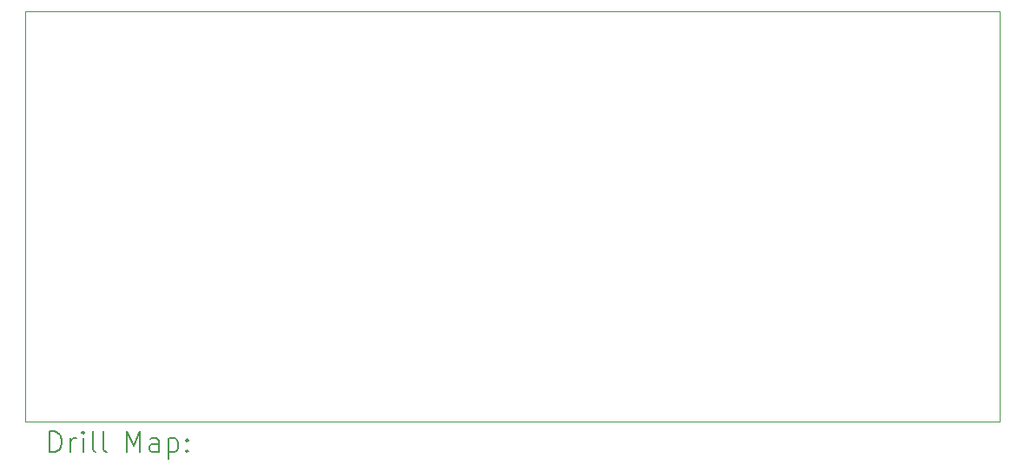
<source format=gbr>
%TF.GenerationSoftware,KiCad,Pcbnew,(7.0.0)*%
%TF.CreationDate,2023-03-01T02:56:50+01:00*%
%TF.ProjectId,Extracteur_Air_PcFan_5v,45787472-6163-4746-9575-725f4169725f,1.0*%
%TF.SameCoordinates,Original*%
%TF.FileFunction,Drillmap*%
%TF.FilePolarity,Positive*%
%FSLAX45Y45*%
G04 Gerber Fmt 4.5, Leading zero omitted, Abs format (unit mm)*
G04 Created by KiCad (PCBNEW (7.0.0)) date 2023-03-01 02:56:50*
%MOMM*%
%LPD*%
G01*
G04 APERTURE LIST*
%ADD10C,0.100000*%
%ADD11C,0.200000*%
G04 APERTURE END LIST*
D10*
X7000000Y-6000000D02*
X16500000Y-6000000D01*
X16500000Y-6000000D02*
X16500000Y-10000000D01*
X16500000Y-10000000D02*
X7000000Y-10000000D01*
X7000000Y-10000000D02*
X7000000Y-6000000D01*
D11*
X7242619Y-10298476D02*
X7242619Y-10098476D01*
X7242619Y-10098476D02*
X7290238Y-10098476D01*
X7290238Y-10098476D02*
X7318809Y-10108000D01*
X7318809Y-10108000D02*
X7337857Y-10127048D01*
X7337857Y-10127048D02*
X7347381Y-10146095D01*
X7347381Y-10146095D02*
X7356905Y-10184190D01*
X7356905Y-10184190D02*
X7356905Y-10212762D01*
X7356905Y-10212762D02*
X7347381Y-10250857D01*
X7347381Y-10250857D02*
X7337857Y-10269905D01*
X7337857Y-10269905D02*
X7318809Y-10288952D01*
X7318809Y-10288952D02*
X7290238Y-10298476D01*
X7290238Y-10298476D02*
X7242619Y-10298476D01*
X7442619Y-10298476D02*
X7442619Y-10165143D01*
X7442619Y-10203238D02*
X7452143Y-10184190D01*
X7452143Y-10184190D02*
X7461667Y-10174667D01*
X7461667Y-10174667D02*
X7480714Y-10165143D01*
X7480714Y-10165143D02*
X7499762Y-10165143D01*
X7566428Y-10298476D02*
X7566428Y-10165143D01*
X7566428Y-10098476D02*
X7556905Y-10108000D01*
X7556905Y-10108000D02*
X7566428Y-10117524D01*
X7566428Y-10117524D02*
X7575952Y-10108000D01*
X7575952Y-10108000D02*
X7566428Y-10098476D01*
X7566428Y-10098476D02*
X7566428Y-10117524D01*
X7690238Y-10298476D02*
X7671190Y-10288952D01*
X7671190Y-10288952D02*
X7661667Y-10269905D01*
X7661667Y-10269905D02*
X7661667Y-10098476D01*
X7795000Y-10298476D02*
X7775952Y-10288952D01*
X7775952Y-10288952D02*
X7766428Y-10269905D01*
X7766428Y-10269905D02*
X7766428Y-10098476D01*
X7991190Y-10298476D02*
X7991190Y-10098476D01*
X7991190Y-10098476D02*
X8057857Y-10241333D01*
X8057857Y-10241333D02*
X8124524Y-10098476D01*
X8124524Y-10098476D02*
X8124524Y-10298476D01*
X8305476Y-10298476D02*
X8305476Y-10193714D01*
X8305476Y-10193714D02*
X8295952Y-10174667D01*
X8295952Y-10174667D02*
X8276905Y-10165143D01*
X8276905Y-10165143D02*
X8238809Y-10165143D01*
X8238809Y-10165143D02*
X8219762Y-10174667D01*
X8305476Y-10288952D02*
X8286428Y-10298476D01*
X8286428Y-10298476D02*
X8238809Y-10298476D01*
X8238809Y-10298476D02*
X8219762Y-10288952D01*
X8219762Y-10288952D02*
X8210238Y-10269905D01*
X8210238Y-10269905D02*
X8210238Y-10250857D01*
X8210238Y-10250857D02*
X8219762Y-10231810D01*
X8219762Y-10231810D02*
X8238809Y-10222286D01*
X8238809Y-10222286D02*
X8286428Y-10222286D01*
X8286428Y-10222286D02*
X8305476Y-10212762D01*
X8400714Y-10165143D02*
X8400714Y-10365143D01*
X8400714Y-10174667D02*
X8419762Y-10165143D01*
X8419762Y-10165143D02*
X8457857Y-10165143D01*
X8457857Y-10165143D02*
X8476905Y-10174667D01*
X8476905Y-10174667D02*
X8486429Y-10184190D01*
X8486429Y-10184190D02*
X8495952Y-10203238D01*
X8495952Y-10203238D02*
X8495952Y-10260381D01*
X8495952Y-10260381D02*
X8486429Y-10279429D01*
X8486429Y-10279429D02*
X8476905Y-10288952D01*
X8476905Y-10288952D02*
X8457857Y-10298476D01*
X8457857Y-10298476D02*
X8419762Y-10298476D01*
X8419762Y-10298476D02*
X8400714Y-10288952D01*
X8581667Y-10279429D02*
X8591190Y-10288952D01*
X8591190Y-10288952D02*
X8581667Y-10298476D01*
X8581667Y-10298476D02*
X8572143Y-10288952D01*
X8572143Y-10288952D02*
X8581667Y-10279429D01*
X8581667Y-10279429D02*
X8581667Y-10298476D01*
X8581667Y-10174667D02*
X8591190Y-10184190D01*
X8591190Y-10184190D02*
X8581667Y-10193714D01*
X8581667Y-10193714D02*
X8572143Y-10184190D01*
X8572143Y-10184190D02*
X8581667Y-10174667D01*
X8581667Y-10174667D02*
X8581667Y-10193714D01*
M02*

</source>
